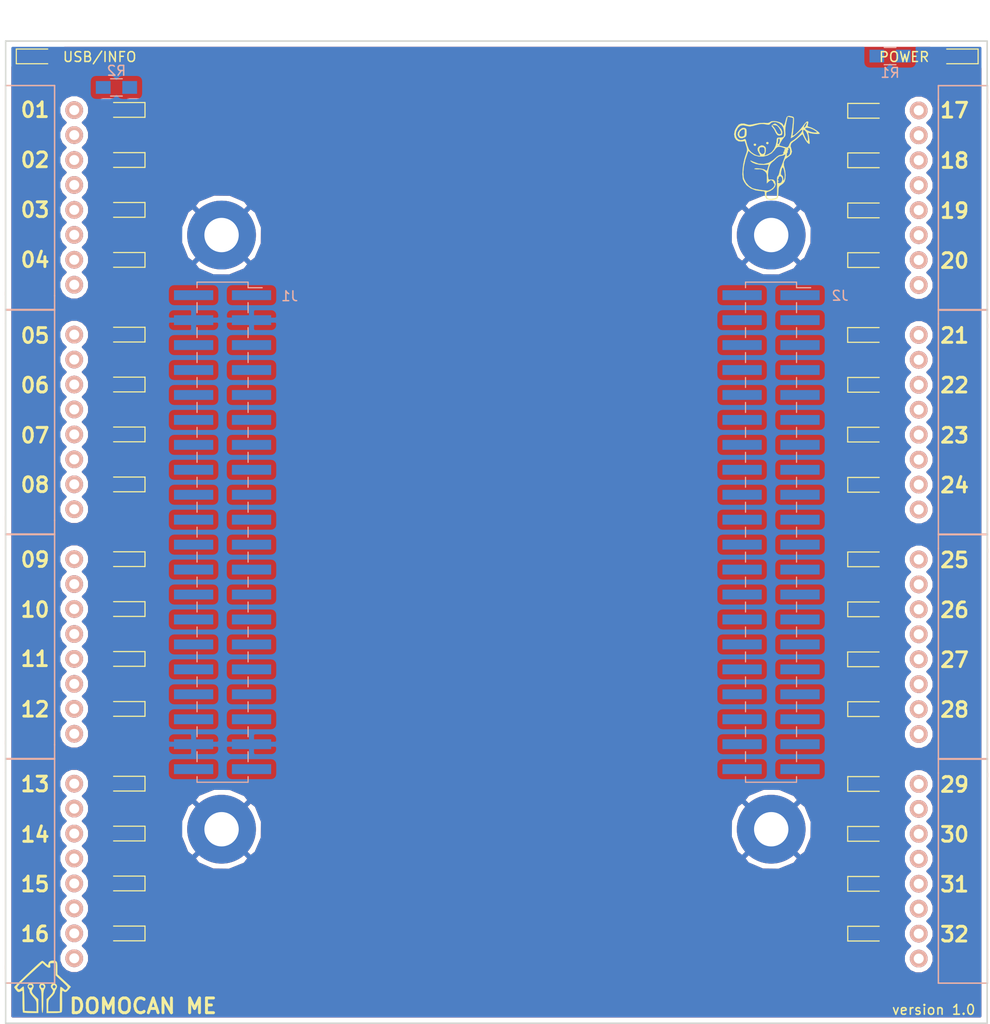
<source format=kicad_pcb>
(kicad_pcb (version 4) (host pcbnew 4.0.7)
  (title_block (title "Carte fille template") (date 2018-02-16) (rev 1.0) (company Koala) (comment 1 "DOMOCAN ME"))
  (layers (0 F.Cu signal) (31 B.Cu signal) (34 B.Paste user) (35 F.Paste user) (36 B.SilkS user) (37 F.SilkS user) (38 B.Mask user) (39 F.Mask user) (44 Edge.Cuts user))
  (net 0 "")
  (net 1 GND)
  (net 2 "Net-(D1-Pad1)")
  (net 3 "Net-(D2-Pad1)")
  (net 4 "Net-(D3-Pad1)")
  (net 5 "Net-(D4-Pad1)")
  (net 6 "Net-(D5-Pad1)")
  (net 7 "Net-(D6-Pad1)")
  (net 8 "Net-(D7-Pad1)")
  (net 9 "Net-(D8-Pad1)")
  (net 10 "Net-(D9-Pad1)")
  (net 11 "Net-(D10-Pad1)")
  (net 12 "Net-(D11-Pad1)")
  (net 13 "Net-(D12-Pad1)")
  (net 14 "Net-(D13-Pad1)")
  (net 15 "Net-(D14-Pad1)")
  (net 16 "Net-(D15-Pad1)")
  (net 17 "Net-(D16-Pad1)")
  (net 18 "Net-(D17-Pad1)")
  (net 19 "Net-(D18-Pad1)")
  (net 20 "Net-(D19-Pad1)")
  (net 21 "Net-(D20-Pad1)")
  (net 22 "Net-(D21-Pad1)")
  (net 23 "Net-(D22-Pad1)")
  (net 24 "Net-(D23-Pad1)")
  (net 25 "Net-(D24-Pad1)")
  (net 26 "Net-(D25-Pad1)")
  (net 27 "Net-(D26-Pad1)")
  (net 28 "Net-(D27-Pad1)")
  (net 29 "Net-(D28-Pad1)")
  (net 30 "Net-(D29-Pad1)")
  (net 31 "Net-(D30-Pad1)")
  (net 32 "Net-(D31-Pad1)")
  (net 33 "Net-(D32-Pad1)")
  (net 34 "Net-(D33-Pad2)")
  (net 35 "Net-(D34-Pad1)")
  (net 36 +3V3)
  (net 37 "Net-(D1-Pad2)")
  (net 38 "Net-(D2-Pad2)")
  (net 39 "Net-(D3-Pad2)")
  (net 40 "Net-(D4-Pad2)")
  (net 41 "Net-(D5-Pad2)")
  (net 42 "Net-(D6-Pad2)")
  (net 43 "Net-(D7-Pad2)")
  (net 44 "Net-(D8-Pad2)")
  (net 45 "Net-(D9-Pad2)")
  (net 46 "Net-(D10-Pad2)")
  (net 47 "Net-(D11-Pad2)")
  (net 48 "Net-(D12-Pad2)")
  (net 49 "Net-(D13-Pad2)")
  (net 50 "Net-(D14-Pad2)")
  (net 51 "Net-(D15-Pad2)")
  (net 52 "Net-(D16-Pad2)")
  (net 53 "Net-(D17-Pad2)")
  (net 54 "Net-(D18-Pad2)")
  (net 55 "Net-(D19-Pad2)")
  (net 56 "Net-(D20-Pad2)")
  (net 57 "Net-(D21-Pad2)")
  (net 58 "Net-(D22-Pad2)")
  (net 59 "Net-(D23-Pad2)")
  (net 60 "Net-(D24-Pad2)")
  (net 61 "Net-(D25-Pad2)")
  (net 62 "Net-(D26-Pad2)")
  (net 63 "Net-(D27-Pad2)")
  (net 64 "Net-(D28-Pad2)")
  (net 65 "Net-(D29-Pad2)")
  (net 66 "Net-(D30-Pad2)")
  (net 67 "Net-(D31-Pad2)")
  (net 68 "Net-(D32-Pad2)")
  (net 69 "Net-(J3-Pad1)")
  (net 70 "Net-(J3-Pad2)")
  (net 71 "Net-(J3-Pad3)")
  (net 72 "Net-(J3-Pad4)")
  (net 73 "Net-(J3-Pad5)")
  (net 74 "Net-(J3-Pad6)")
  (net 75 "Net-(J3-Pad7)")
  (net 76 "Net-(J3-Pad8)")
  (net 77 "Net-(J4-Pad1)")
  (net 78 "Net-(J4-Pad2)")
  (net 79 "Net-(J4-Pad3)")
  (net 80 "Net-(J4-Pad4)")
  (net 81 "Net-(J4-Pad5)")
  (net 82 "Net-(J4-Pad6)")
  (net 83 "Net-(J4-Pad7)")
  (net 84 "Net-(J4-Pad8)")
  (net 85 "Net-(J5-Pad1)")
  (net 86 "Net-(J5-Pad2)")
  (net 87 "Net-(J5-Pad3)")
  (net 88 "Net-(J5-Pad4)")
  (net 89 "Net-(J5-Pad5)")
  (net 90 "Net-(J5-Pad6)")
  (net 91 "Net-(J5-Pad7)")
  (net 92 "Net-(J5-Pad8)")
  (net 93 "Net-(J6-Pad1)")
  (net 94 "Net-(J6-Pad2)")
  (net 95 "Net-(J6-Pad3)")
  (net 96 "Net-(J6-Pad4)")
  (net 97 "Net-(J6-Pad5)")
  (net 98 "Net-(J6-Pad6)")
  (net 99 "Net-(J6-Pad7)")
  (net 100 "Net-(J6-Pad8)")
  (net 101 "Net-(J7-Pad1)")
  (net 102 "Net-(J7-Pad2)")
  (net 103 "Net-(J7-Pad3)")
  (net 104 "Net-(J7-Pad4)")
  (net 105 "Net-(J7-Pad5)")
  (net 106 "Net-(J7-Pad6)")
  (net 107 "Net-(J7-Pad7)")
  (net 108 "Net-(J7-Pad8)")
  (net 109 "Net-(J8-Pad1)")
  (net 110 "Net-(J8-Pad2)")
  (net 111 "Net-(J8-Pad3)")
  (net 112 "Net-(J8-Pad4)")
  (net 113 "Net-(J8-Pad5)")
  (net 114 "Net-(J8-Pad6)")
  (net 115 "Net-(J8-Pad7)")
  (net 116 "Net-(J8-Pad8)")
  (net 117 "Net-(J9-Pad1)")
  (net 118 "Net-(J9-Pad2)")
  (net 119 "Net-(J9-Pad3)")
  (net 120 "Net-(J9-Pad4)")
  (net 121 "Net-(J9-Pad5)")
  (net 122 "Net-(J9-Pad6)")
  (net 123 "Net-(J9-Pad7)")
  (net 124 "Net-(J9-Pad8)")
  (net 125 "Net-(J10-Pad1)")
  (net 126 "Net-(J10-Pad2)")
  (net 127 "Net-(J10-Pad3)")
  (net 128 "Net-(J10-Pad4)")
  (net 129 "Net-(J10-Pad5)")
  (net 130 "Net-(J10-Pad6)")
  (net 131 "Net-(J10-Pad7)")
  (net 132 "Net-(J10-Pad8)")
  (net 133 +5V)
  (net 134 J1_P0.30)
  (net 135 J1_P1.30)
  (net 136 J1_P0.29)
  (net 137 J1_P2.09)
  (net 138 J1_P0.25)
  (net 139 J1_P0.26)
  (net 140 J1_P0.23)
  (net 141 J1_P0.24)
  (net 142 J1_RESET)
  (net 143 J1_RSTOUT)
  (net 144 J1_P0.28)
  (net 145 J1_P1.31)
  (net 146 J1_P3.26)
  (net 147 J1_P0.27)
  (net 148 J1_P1.18)
  (net 149 J1_P3.25)
  (net 150 J1_P1.20)
  (net 151 J1_P1.19)
  (net 152 J1_P1.22)
  (net 153 J1_P1.21)
  (net 154 J1_P1.24)
  (net 155 J1_P1.23)
  (net 156 J1_P1.26)
  (net 157 J1_P1.25)
  (net 158 J1_P1.28)
  (net 159 J1_P1.27)
  (net 160 J1_P0.00)
  (net 161 J1_P1.29)
  (net 162 J1_P0.10)
  (net 163 J1_P0.01)
  (net 164 J1_P2.13)
  (net 165 J1_P0.11)
  (net 166 J2_P0.03)
  (net 167 J2_P0.02)
  (net 168 J2_P1.00)
  (net 169 J2_P1.01)
  (net 170 J2_P1.04)
  (net 171 J2_P1.08)
  (net 172 J2_P1.09)
  (net 173 J2_P1.10)
  (net 174 J2_P1.14)
  (net 175 J2_P1.15)
  (net 176 J2_P1.16)
  (net 177 J2_P1.17)
  (net 178 J2_P4.29)
  (net 179 J2_P4.28)
  (net 180 J2_P0.04)
  (net 181 J2_P0.05)
  (net 182 J2_P0.06)
  (net 183 J2_P0.07)
  (net 184 J2_P0.08)
  (net 185 J2_P0.09)
  (net 186 J2_P2.00)
  (net 187 J2_P2.01)
  (net 188 J2_P2.02)
  (net 189 J2_P2.03)
  (net 190 J2_P2.04)
  (net 191 J2_P2.05)
  (net 192 J2_P2.06)
  (net 193 J2_P2.07)
  (net 194 J2_P2.08)
  (net 195 J2_P0.16)
  (net 196 J2_P0.15)
  (net 197 J2_P0.17)
  (net 198 J2_P0.18)
  (net 199 J2_P0.19)
  (net 200 J2_P0.20)
  (net 201 J2_P0.21)
  (net 202 J2_P0.22)
  (net 203 J2_P2.10)
  (net 204 J2_P2.11)
  (net 205 J2_P2.12)
  (module LEDs:LED_0805_HandSoldering (layer F.Cu) (at 144 30.26 180)
    (fp_text reference D1 hide)
    (fp_text value LED)
    (pad 1 smd rect (at -1.35 0 180) (size 1.5 1.3) (layers F.Cu F.Paste F.Mask) (net 2 "Net-(D1-Pad1)"))
    (pad 2 smd rect (at 1.35 0 180) (size 1.5 1.3) (layers F.Cu F.Paste F.Mask) (net 37 "Net-(D1-Pad2)"))
  )
  (module LEDs:LED_0805_HandSoldering (layer F.Cu) (at 144 35.36 180)
    (fp_text reference D2 hide)
    (fp_text value LED)
    (pad 1 smd rect (at -1.35 0 180) (size 1.5 1.3) (layers F.Cu F.Paste F.Mask) (net 3 "Net-(D2-Pad1)"))
    (pad 2 smd rect (at 1.35 0 180) (size 1.5 1.3) (layers F.Cu F.Paste F.Mask) (net 38 "Net-(D2-Pad2)"))
  )
  (module LEDs:LED_0805_HandSoldering (layer F.Cu) (at 144 40.44 180)
    (fp_text reference D3 hide)
    (fp_text value LED)
    (pad 1 smd rect (at -1.35 0 180) (size 1.5 1.3) (layers F.Cu F.Paste F.Mask) (net 4 "Net-(D3-Pad1)"))
    (pad 2 smd rect (at 1.35 0 180) (size 1.5 1.3) (layers F.Cu F.Paste F.Mask) (net 39 "Net-(D3-Pad2)"))
  )
  (module LEDs:LED_0805_HandSoldering (layer F.Cu) (at 144 45.53 180)
    (fp_text reference D4 hide)
    (fp_text value LED)
    (pad 1 smd rect (at -1.35 0 180) (size 1.5 1.3) (layers F.Cu F.Paste F.Mask) (net 5 "Net-(D4-Pad1)"))
    (pad 2 smd rect (at 1.35 0 180) (size 1.5 1.3) (layers F.Cu F.Paste F.Mask) (net 40 "Net-(D4-Pad2)"))
  )
  (module LEDs:LED_0805_HandSoldering (layer F.Cu) (at 144 53.14 180)
    (fp_text reference D5 hide)
    (fp_text value LED)
    (pad 1 smd rect (at -1.35 0 180) (size 1.5 1.3) (layers F.Cu F.Paste F.Mask) (net 6 "Net-(D5-Pad1)"))
    (pad 2 smd rect (at 1.35 0 180) (size 1.5 1.3) (layers F.Cu F.Paste F.Mask) (net 41 "Net-(D5-Pad2)"))
  )
  (module LEDs:LED_0805_HandSoldering (layer F.Cu) (at 144 58.22 180)
    (fp_text reference D6 hide)
    (fp_text value LED)
    (pad 1 smd rect (at -1.35 0 180) (size 1.5 1.3) (layers F.Cu F.Paste F.Mask) (net 7 "Net-(D6-Pad1)"))
    (pad 2 smd rect (at 1.35 0 180) (size 1.5 1.3) (layers F.Cu F.Paste F.Mask) (net 42 "Net-(D6-Pad2)"))
  )
  (module LEDs:LED_0805_HandSoldering (layer F.Cu) (at 144 63.3 180)
    (fp_text reference D7 hide)
    (fp_text value LED)
    (pad 1 smd rect (at -1.35 0 180) (size 1.5 1.3) (layers F.Cu F.Paste F.Mask) (net 8 "Net-(D7-Pad1)"))
    (pad 2 smd rect (at 1.35 0 180) (size 1.5 1.3) (layers F.Cu F.Paste F.Mask) (net 43 "Net-(D7-Pad2)"))
  )
  (module LEDs:LED_0805_HandSoldering (layer F.Cu) (at 144 68.39 180)
    (fp_text reference D8 hide)
    (fp_text value LED)
    (pad 1 smd rect (at -1.35 0 180) (size 1.5 1.3) (layers F.Cu F.Paste F.Mask) (net 9 "Net-(D8-Pad1)"))
    (pad 2 smd rect (at 1.35 0 180) (size 1.5 1.3) (layers F.Cu F.Paste F.Mask) (net 44 "Net-(D8-Pad2)"))
  )
  (module LEDs:LED_0805_HandSoldering (layer F.Cu) (at 144 76 180)
    (fp_text reference D9 hide)
    (fp_text value LED)
    (pad 1 smd rect (at -1.35 0 180) (size 1.5 1.3) (layers F.Cu F.Paste F.Mask) (net 10 "Net-(D9-Pad1)"))
    (pad 2 smd rect (at 1.35 0 180) (size 1.5 1.3) (layers F.Cu F.Paste F.Mask) (net 45 "Net-(D9-Pad2)"))
  )
  (module LEDs:LED_0805_HandSoldering (layer F.Cu) (at 144 81.08 180)
    (fp_text reference D10 hide)
    (fp_text value LED)
    (pad 1 smd rect (at -1.35 0 180) (size 1.5 1.3) (layers F.Cu F.Paste F.Mask) (net 11 "Net-(D10-Pad1)"))
    (pad 2 smd rect (at 1.35 0 180) (size 1.5 1.3) (layers F.Cu F.Paste F.Mask) (net 46 "Net-(D10-Pad2)"))
  )
  (module LEDs:LED_0805_HandSoldering (layer F.Cu) (at 144 86.16 180)
    (fp_text reference D11 hide)
    (fp_text value LED)
    (pad 1 smd rect (at -1.35 0 180) (size 1.5 1.3) (layers F.Cu F.Paste F.Mask) (net 12 "Net-(D11-Pad1)"))
    (pad 2 smd rect (at 1.35 0 180) (size 1.5 1.3) (layers F.Cu F.Paste F.Mask) (net 47 "Net-(D11-Pad2)"))
  )
  (module LEDs:LED_0805_HandSoldering (layer F.Cu) (at 144 91.25 180)
    (fp_text reference D12 hide)
    (fp_text value LED)
    (pad 1 smd rect (at -1.35 0 180) (size 1.5 1.3) (layers F.Cu F.Paste F.Mask) (net 13 "Net-(D12-Pad1)"))
    (pad 2 smd rect (at 1.35 0 180) (size 1.5 1.3) (layers F.Cu F.Paste F.Mask) (net 48 "Net-(D12-Pad2)"))
  )
  (module LEDs:LED_0805_HandSoldering (layer F.Cu) (at 144 98.86 180)
    (fp_text reference D13 hide)
    (fp_text value LED)
    (pad 1 smd rect (at -1.35 0 180) (size 1.5 1.3) (layers F.Cu F.Paste F.Mask) (net 14 "Net-(D13-Pad1)"))
    (pad 2 smd rect (at 1.35 0 180) (size 1.5 1.3) (layers F.Cu F.Paste F.Mask) (net 49 "Net-(D13-Pad2)"))
  )
  (module LEDs:LED_0805_HandSoldering (layer F.Cu) (at 144 103.94 180)
    (fp_text reference D14 hide)
    (fp_text value LED)
    (pad 1 smd rect (at -1.35 0 180) (size 1.5 1.3) (layers F.Cu F.Paste F.Mask) (net 15 "Net-(D14-Pad1)"))
    (pad 2 smd rect (at 1.35 0 180) (size 1.5 1.3) (layers F.Cu F.Paste F.Mask) (net 50 "Net-(D14-Pad2)"))
  )
  (module LEDs:LED_0805_HandSoldering (layer F.Cu) (at 144 109.02 180)
    (fp_text reference D15 hide)
    (fp_text value LED)
    (pad 1 smd rect (at -1.35 0 180) (size 1.5 1.3) (layers F.Cu F.Paste F.Mask) (net 16 "Net-(D15-Pad1)"))
    (pad 2 smd rect (at 1.35 0 180) (size 1.5 1.3) (layers F.Cu F.Paste F.Mask) (net 51 "Net-(D15-Pad2)"))
  )
  (module LEDs:LED_0805_HandSoldering (layer F.Cu) (at 144 114.11 180)
    (fp_text reference D16 hide)
    (fp_text value LED)
    (pad 1 smd rect (at -1.35 0 180) (size 1.5 1.3) (layers F.Cu F.Paste F.Mask) (net 17 "Net-(D16-Pad1)"))
    (pad 2 smd rect (at 1.35 0 180) (size 1.5 1.3) (layers F.Cu F.Paste F.Mask) (net 52 "Net-(D16-Pad2)"))
  )
  (module LEDs:LED_0805_HandSoldering (layer F.Cu) (at 220 30.35)
    (fp_text reference D17 hide)
    (fp_text value LED)
    (pad 1 smd rect (at -1.35 0) (size 1.5 1.3) (layers F.Cu F.Paste F.Mask) (net 18 "Net-(D17-Pad1)"))
    (pad 2 smd rect (at 1.35 0) (size 1.5 1.3) (layers F.Cu F.Paste F.Mask) (net 53 "Net-(D17-Pad2)"))
  )
  (module LEDs:LED_0805_HandSoldering (layer F.Cu) (at 220 35.39)
    (fp_text reference D18 hide)
    (fp_text value LED)
    (pad 1 smd rect (at -1.35 0) (size 1.5 1.3) (layers F.Cu F.Paste F.Mask) (net 19 "Net-(D18-Pad1)"))
    (pad 2 smd rect (at 1.35 0) (size 1.5 1.3) (layers F.Cu F.Paste F.Mask) (net 54 "Net-(D18-Pad2)"))
  )
  (module LEDs:LED_0805_HandSoldering (layer F.Cu) (at 220 40.49)
    (fp_text reference D19 hide)
    (fp_text value LED)
    (pad 1 smd rect (at -1.35 0) (size 1.5 1.3) (layers F.Cu F.Paste F.Mask) (net 20 "Net-(D19-Pad1)"))
    (pad 2 smd rect (at 1.35 0) (size 1.5 1.3) (layers F.Cu F.Paste F.Mask) (net 55 "Net-(D19-Pad2)"))
  )
  (module LEDs:LED_0805_HandSoldering (layer F.Cu) (at 220 45.55)
    (fp_text reference D20 hide)
    (fp_text value LED)
    (pad 1 smd rect (at -1.35 0) (size 1.5 1.3) (layers F.Cu F.Paste F.Mask) (net 21 "Net-(D20-Pad1)"))
    (pad 2 smd rect (at 1.35 0) (size 1.5 1.3) (layers F.Cu F.Paste F.Mask) (net 56 "Net-(D20-Pad2)"))
  )
  (module LEDs:LED_0805_HandSoldering (layer F.Cu) (at 219.99 53.17)
    (fp_text reference D21 hide)
    (fp_text value LED)
    (pad 1 smd rect (at -1.35 0) (size 1.5 1.3) (layers F.Cu F.Paste F.Mask) (net 22 "Net-(D21-Pad1)"))
    (pad 2 smd rect (at 1.35 0) (size 1.5 1.3) (layers F.Cu F.Paste F.Mask) (net 57 "Net-(D21-Pad2)"))
  )
  (module LEDs:LED_0805_HandSoldering (layer F.Cu) (at 220 58.25)
    (fp_text reference D22 hide)
    (fp_text value LED)
    (pad 1 smd rect (at -1.35 0) (size 1.5 1.3) (layers F.Cu F.Paste F.Mask) (net 23 "Net-(D22-Pad1)"))
    (pad 2 smd rect (at 1.35 0) (size 1.5 1.3) (layers F.Cu F.Paste F.Mask) (net 58 "Net-(D22-Pad2)"))
  )
  (module LEDs:LED_0805_HandSoldering (layer F.Cu) (at 219.99 63.32)
    (fp_text reference D23 hide)
    (fp_text value LED)
    (pad 1 smd rect (at -1.35 0) (size 1.5 1.3) (layers F.Cu F.Paste F.Mask) (net 24 "Net-(D23-Pad1)"))
    (pad 2 smd rect (at 1.35 0) (size 1.5 1.3) (layers F.Cu F.Paste F.Mask) (net 59 "Net-(D23-Pad2)"))
  )
  (module LEDs:LED_0805_HandSoldering (layer F.Cu) (at 220 68.43)
    (fp_text reference D24 hide)
    (fp_text value LED)
    (pad 1 smd rect (at -1.35 0) (size 1.5 1.3) (layers F.Cu F.Paste F.Mask) (net 25 "Net-(D24-Pad1)"))
    (pad 2 smd rect (at 1.35 0) (size 1.5 1.3) (layers F.Cu F.Paste F.Mask) (net 60 "Net-(D24-Pad2)"))
  )
  (module LEDs:LED_0805_HandSoldering (layer F.Cu) (at 220 76.02)
    (fp_text reference D25 hide)
    (fp_text value LED)
    (pad 1 smd rect (at -1.35 0) (size 1.5 1.3) (layers F.Cu F.Paste F.Mask) (net 26 "Net-(D25-Pad1)"))
    (pad 2 smd rect (at 1.35 0) (size 1.5 1.3) (layers F.Cu F.Paste F.Mask) (net 61 "Net-(D25-Pad2)"))
  )
  (module LEDs:LED_0805_HandSoldering (layer F.Cu) (at 220 81.11)
    (fp_text reference D26 hide)
    (fp_text value LED)
    (pad 1 smd rect (at -1.35 0) (size 1.5 1.3) (layers F.Cu F.Paste F.Mask) (net 27 "Net-(D26-Pad1)"))
    (pad 2 smd rect (at 1.35 0) (size 1.5 1.3) (layers F.Cu F.Paste F.Mask) (net 62 "Net-(D26-Pad2)"))
  )
  (module LEDs:LED_0805_HandSoldering (layer F.Cu) (at 219.99 86.2)
    (fp_text reference D27 hide)
    (fp_text value LED)
    (pad 1 smd rect (at -1.35 0) (size 1.5 1.3) (layers F.Cu F.Paste F.Mask) (net 28 "Net-(D27-Pad1)"))
    (pad 2 smd rect (at 1.35 0) (size 1.5 1.3) (layers F.Cu F.Paste F.Mask) (net 63 "Net-(D27-Pad2)"))
  )
  (module LEDs:LED_0805_HandSoldering (layer F.Cu) (at 220 91.27)
    (fp_text reference D28 hide)
    (fp_text value LED)
    (pad 1 smd rect (at -1.35 0) (size 1.5 1.3) (layers F.Cu F.Paste F.Mask) (net 29 "Net-(D28-Pad1)"))
    (pad 2 smd rect (at 1.35 0) (size 1.5 1.3) (layers F.Cu F.Paste F.Mask) (net 64 "Net-(D28-Pad2)"))
  )
  (module LEDs:LED_0805_HandSoldering (layer F.Cu) (at 220 98.89)
    (fp_text reference D29 hide)
    (fp_text value LED)
    (pad 1 smd rect (at -1.35 0) (size 1.5 1.3) (layers F.Cu F.Paste F.Mask) (net 30 "Net-(D29-Pad1)"))
    (pad 2 smd rect (at 1.35 0) (size 1.5 1.3) (layers F.Cu F.Paste F.Mask) (net 65 "Net-(D29-Pad2)"))
  )
  (module LEDs:LED_0805_HandSoldering (layer F.Cu) (at 219.99 103.97)
    (fp_text reference D30 hide)
    (fp_text value LED)
    (pad 1 smd rect (at -1.35 0) (size 1.5 1.3) (layers F.Cu F.Paste F.Mask) (net 31 "Net-(D30-Pad1)"))
    (pad 2 smd rect (at 1.35 0) (size 1.5 1.3) (layers F.Cu F.Paste F.Mask) (net 66 "Net-(D30-Pad2)"))
  )
  (module LEDs:LED_0805_HandSoldering (layer F.Cu) (at 220 109.06)
    (fp_text reference D31 hide)
    (fp_text value LED)
    (pad 1 smd rect (at -1.35 0) (size 1.5 1.3) (layers F.Cu F.Paste F.Mask) (net 32 "Net-(D31-Pad1)"))
    (pad 2 smd rect (at 1.35 0) (size 1.5 1.3) (layers F.Cu F.Paste F.Mask) (net 67 "Net-(D31-Pad2)"))
  )
  (module LEDs:LED_0805_HandSoldering (layer F.Cu) (at 220 114.13)
    (fp_text reference D32 hide)
    (fp_text value LED)
    (pad 1 smd rect (at -1.35 0) (size 1.5 1.3) (layers F.Cu F.Paste F.Mask) (net 33 "Net-(D32-Pad1)"))
    (pad 2 smd rect (at 1.35 0) (size 1.5 1.3) (layers F.Cu F.Paste F.Mask) (net 68 "Net-(D32-Pad2)"))
  )
  (module footprint:Pin_Header_Angled_1x08 (layer B.Cu) (at 138.99 30.28 180)
    (fp_text reference J3 hide)
    (fp_text value Conn_01x08 hide)
    (pad 1 thru_hole circle (at 0 0 180) (size 1.8 1.8) (drill 1.016) (layers *.Cu *.Mask B.SilkS) (net 69 "Net-(J3-Pad1)"))
    (pad 2 thru_hole circle (at 0 -2.54 180) (size 1.8 1.8) (drill 1.016) (layers *.Cu *.Mask B.SilkS) (net 70 "Net-(J3-Pad2)"))
    (pad 3 thru_hole circle (at 0 -5.08 180) (size 1.8 1.8) (drill 1.016) (layers *.Cu *.Mask B.SilkS) (net 71 "Net-(J3-Pad3)"))
    (pad 4 thru_hole circle (at 0 -7.62 180) (size 1.8 1.8) (drill 1.016) (layers *.Cu *.Mask B.SilkS) (net 72 "Net-(J3-Pad4)"))
    (pad 5 thru_hole circle (at 0 -10.16 180) (size 1.8 1.8) (drill 1.016) (layers *.Cu *.Mask B.SilkS) (net 73 "Net-(J3-Pad5)"))
    (pad 6 thru_hole circle (at 0 -12.7 180) (size 1.8 1.8) (drill 1.016) (layers *.Cu *.Mask B.SilkS) (net 74 "Net-(J3-Pad6)"))
    (pad 7 thru_hole circle (at 0 -15.24 180) (size 1.8 1.8) (drill 1.016) (layers *.Cu *.Mask B.SilkS) (net 75 "Net-(J3-Pad7)"))
    (pad 8 thru_hole circle (at 0 -17.78 180) (size 1.8 1.8) (drill 1.016) (layers *.Cu *.Mask B.SilkS) (net 76 "Net-(J3-Pad8)"))
  )
  (module footprint:Pin_Header_Angled_1x08 (layer B.Cu) (at 138.99 53.14 180)
    (fp_text reference J4 hide)
    (fp_text value Conn_01x08 hide)
    (pad 1 thru_hole circle (at 0 0 180) (size 1.8 1.8) (drill 1.016) (layers *.Cu *.Mask B.SilkS) (net 77 "Net-(J4-Pad1)"))
    (pad 2 thru_hole circle (at 0 -2.54 180) (size 1.8 1.8) (drill 1.016) (layers *.Cu *.Mask B.SilkS) (net 78 "Net-(J4-Pad2)"))
    (pad 3 thru_hole circle (at 0 -5.08 180) (size 1.8 1.8) (drill 1.016) (layers *.Cu *.Mask B.SilkS) (net 79 "Net-(J4-Pad3)"))
    (pad 4 thru_hole circle (at 0 -7.62 180) (size 1.8 1.8) (drill 1.016) (layers *.Cu *.Mask B.SilkS) (net 80 "Net-(J4-Pad4)"))
    (pad 5 thru_hole circle (at 0 -10.16 180) (size 1.8 1.8) (drill 1.016) (layers *.Cu *.Mask B.SilkS) (net 81 "Net-(J4-Pad5)"))
    (pad 6 thru_hole circle (at 0 -12.7 180) (size 1.8 1.8) (drill 1.016) (layers *.Cu *.Mask B.SilkS) (net 82 "Net-(J4-Pad6)"))
    (pad 7 thru_hole circle (at 0 -15.24 180) (size 1.8 1.8) (drill 1.016) (layers *.Cu *.Mask B.SilkS) (net 83 "Net-(J4-Pad7)"))
    (pad 8 thru_hole circle (at 0 -17.78 180) (size 1.8 1.8) (drill 1.016) (layers *.Cu *.Mask B.SilkS) (net 84 "Net-(J4-Pad8)"))
  )
  (module footprint:Pin_Header_Angled_1x08 (layer B.Cu) (at 138.99 76 180)
    (fp_text reference J5 hide)
    (fp_text value Conn_01x08 hide)
    (pad 1 thru_hole circle (at 0 0 180) (size 1.8 1.8) (drill 1.016) (layers *.Cu *.Mask B.SilkS) (net 85 "Net-(J5-Pad1)"))
    (pad 2 thru_hole circle (at 0 -2.54 180) (size 1.8 1.8) (drill 1.016) (layers *.Cu *.Mask B.SilkS) (net 86 "Net-(J5-Pad2)"))
    (pad 3 thru_hole circle (at 0 -5.08 180) (size 1.8 1.8) (drill 1.016) (layers *.Cu *.Mask B.SilkS) (net 87 "Net-(J5-Pad3)"))
    (pad 4 thru_hole circle (at 0 -7.62 180) (size 1.8 1.8) (drill 1.016) (layers *.Cu *.Mask B.SilkS) (net 88 "Net-(J5-Pad4)"))
    (pad 5 thru_hole circle (at 0 -10.16 180) (size 1.8 1.8) (drill 1.016) (layers *.Cu *.Mask B.SilkS) (net 89 "Net-(J5-Pad5)"))
    (pad 6 thru_hole circle (at 0 -12.7 180) (size 1.8 1.8) (drill 1.016) (layers *.Cu *.Mask B.SilkS) (net 90 "Net-(J5-Pad6)"))
    (pad 7 thru_hole circle (at 0 -15.24 180) (size 1.8 1.8) (drill 1.016) (layers *.Cu *.Mask B.SilkS) (net 91 "Net-(J5-Pad7)"))
    (pad 8 thru_hole circle (at 0 -17.78 180) (size 1.8 1.8) (drill 1.016) (layers *.Cu *.Mask B.SilkS) (net 92 "Net-(J5-Pad8)"))
  )
  (module footprint:Pin_Header_Angled_1x08 (layer B.Cu) (at 138.99 98.86 180)
    (fp_text reference J6 hide)
    (fp_text value Conn_01x08 hide)
    (pad 1 thru_hole circle (at 0 0 180) (size 1.8 1.8) (drill 1.016) (layers *.Cu *.Mask B.SilkS) (net 93 "Net-(J6-Pad1)"))
    (pad 2 thru_hole circle (at 0 -2.54 180) (size 1.8 1.8) (drill 1.016) (layers *.Cu *.Mask B.SilkS) (net 94 "Net-(J6-Pad2)"))
    (pad 3 thru_hole circle (at 0 -5.08 180) (size 1.8 1.8) (drill 1.016) (layers *.Cu *.Mask B.SilkS) (net 95 "Net-(J6-Pad3)"))
    (pad 4 thru_hole circle (at 0 -7.62 180) (size 1.8 1.8) (drill 1.016) (layers *.Cu *.Mask B.SilkS) (net 96 "Net-(J6-Pad4)"))
    (pad 5 thru_hole circle (at 0 -10.16 180) (size 1.8 1.8) (drill 1.016) (layers *.Cu *.Mask B.SilkS) (net 97 "Net-(J6-Pad5)"))
    (pad 6 thru_hole circle (at 0 -12.7 180) (size 1.8 1.8) (drill 1.016) (layers *.Cu *.Mask B.SilkS) (net 98 "Net-(J6-Pad6)"))
    (pad 7 thru_hole circle (at 0 -15.24 180) (size 1.8 1.8) (drill 1.016) (layers *.Cu *.Mask B.SilkS) (net 99 "Net-(J6-Pad7)"))
    (pad 8 thru_hole circle (at 0 -17.78 180) (size 1.8 1.8) (drill 1.016) (layers *.Cu *.Mask B.SilkS) (net 100 "Net-(J6-Pad8)"))
  )
  (module footprint:Pin_Header_Angled_1x08 (layer B.Cu) (at 225.03 48.09)
    (fp_text reference J7 hide)
    (fp_text value Conn_01x08 hide)
    (pad 1 thru_hole circle (at 0 0) (size 1.8 1.8) (drill 1.016) (layers *.Cu *.Mask B.SilkS) (net 101 "Net-(J7-Pad1)"))
    (pad 2 thru_hole circle (at 0 -2.54) (size 1.8 1.8) (drill 1.016) (layers *.Cu *.Mask B.SilkS) (net 102 "Net-(J7-Pad2)"))
    (pad 3 thru_hole circle (at 0 -5.08) (size 1.8 1.8) (drill 1.016) (layers *.Cu *.Mask B.SilkS) (net 103 "Net-(J7-Pad3)"))
    (pad 4 thru_hole circle (at 0 -7.62) (size 1.8 1.8) (drill 1.016) (layers *.Cu *.Mask B.SilkS) (net 104 "Net-(J7-Pad4)"))
    (pad 5 thru_hole circle (at 0 -10.16) (size 1.8 1.8) (drill 1.016) (layers *.Cu *.Mask B.SilkS) (net 105 "Net-(J7-Pad5)"))
    (pad 6 thru_hole circle (at 0 -12.7) (size 1.8 1.8) (drill 1.016) (layers *.Cu *.Mask B.SilkS) (net 106 "Net-(J7-Pad6)"))
    (pad 7 thru_hole circle (at 0 -15.24) (size 1.8 1.8) (drill 1.016) (layers *.Cu *.Mask B.SilkS) (net 107 "Net-(J7-Pad7)"))
    (pad 8 thru_hole circle (at 0 -17.78) (size 1.8 1.8) (drill 1.016) (layers *.Cu *.Mask B.SilkS) (net 108 "Net-(J7-Pad8)"))
  )
  (module footprint:Pin_Header_Angled_1x08 (layer B.Cu) (at 225.03 70.95)
    (fp_text reference J8 hide)
    (fp_text value Conn_01x08 hide)
    (pad 1 thru_hole circle (at 0 0) (size 1.8 1.8) (drill 1.016) (layers *.Cu *.Mask B.SilkS) (net 109 "Net-(J8-Pad1)"))
    (pad 2 thru_hole circle (at 0 -2.54) (size 1.8 1.8) (drill 1.016) (layers *.Cu *.Mask B.SilkS) (net 110 "Net-(J8-Pad2)"))
    (pad 3 thru_hole circle (at 0 -5.08) (size 1.8 1.8) (drill 1.016) (layers *.Cu *.Mask B.SilkS) (net 111 "Net-(J8-Pad3)"))
    (pad 4 thru_hole circle (at 0 -7.62) (size 1.8 1.8) (drill 1.016) (layers *.Cu *.Mask B.SilkS) (net 112 "Net-(J8-Pad4)"))
    (pad 5 thru_hole circle (at 0 -10.16) (size 1.8 1.8) (drill 1.016) (layers *.Cu *.Mask B.SilkS) (net 113 "Net-(J8-Pad5)"))
    (pad 6 thru_hole circle (at 0 -12.7) (size 1.8 1.8) (drill 1.016) (layers *.Cu *.Mask B.SilkS) (net 114 "Net-(J8-Pad6)"))
    (pad 7 thru_hole circle (at 0 -15.24) (size 1.8 1.8) (drill 1.016) (layers *.Cu *.Mask B.SilkS) (net 115 "Net-(J8-Pad7)"))
    (pad 8 thru_hole circle (at 0 -17.78) (size 1.8 1.8) (drill 1.016) (layers *.Cu *.Mask B.SilkS) (net 116 "Net-(J8-Pad8)"))
  )
  (module footprint:Pin_Header_Angled_1x08 (layer B.Cu) (at 225.03 93.81)
    (fp_text reference J9 hide)
    (fp_text value Conn_01x08 hide)
    (pad 1 thru_hole circle (at 0 0) (size 1.8 1.8) (drill 1.016) (layers *.Cu *.Mask B.SilkS) (net 117 "Net-(J9-Pad1)"))
    (pad 2 thru_hole circle (at 0 -2.54) (size 1.8 1.8) (drill 1.016) (layers *.Cu *.Mask B.SilkS) (net 118 "Net-(J9-Pad2)"))
    (pad 3 thru_hole circle (at 0 -5.08) (size 1.8 1.8) (drill 1.016) (layers *.Cu *.Mask B.SilkS) (net 119 "Net-(J9-Pad3)"))
    (pad 4 thru_hole circle (at 0 -7.62) (size 1.8 1.8) (drill 1.016) (layers *.Cu *.Mask B.SilkS) (net 120 "Net-(J9-Pad4)"))
    (pad 5 thru_hole circle (at 0 -10.16) (size 1.8 1.8) (drill 1.016) (layers *.Cu *.Mask B.SilkS) (net 121 "Net-(J9-Pad5)"))
    (pad 6 thru_hole circle (at 0 -12.7) (size 1.8 1.8) (drill 1.016) (layers *.Cu *.Mask B.SilkS) (net 122 "Net-(J9-Pad6)"))
    (pad 7 thru_hole circle (at 0 -15.24) (size 1.8 1.8) (drill 1.016) (layers *.Cu *.Mask B.SilkS) (net 123 "Net-(J9-Pad7)"))
    (pad 8 thru_hole circle (at 0 -17.78) (size 1.8 1.8) (drill 1.016) (layers *.Cu *.Mask B.SilkS) (net 124 "Net-(J9-Pad8)"))
  )
  (module footprint:Pin_Header_Angled_1x08 (layer B.Cu) (at 225.03 116.67)
    (fp_text reference J10 hide)
    (fp_text value Conn_01x08 hide)
    (pad 1 thru_hole circle (at 0 0) (size 1.8 1.8) (drill 1.016) (layers *.Cu *.Mask B.SilkS) (net 125 "Net-(J10-Pad1)"))
    (pad 2 thru_hole circle (at 0 -2.54) (size 1.8 1.8) (drill 1.016) (layers *.Cu *.Mask B.SilkS) (net 126 "Net-(J10-Pad2)"))
    (pad 3 thru_hole circle (at 0 -5.08) (size 1.8 1.8) (drill 1.016) (layers *.Cu *.Mask B.SilkS) (net 127 "Net-(J10-Pad3)"))
    (pad 4 thru_hole circle (at 0 -7.62) (size 1.8 1.8) (drill 1.016) (layers *.Cu *.Mask B.SilkS) (net 128 "Net-(J10-Pad4)"))
    (pad 5 thru_hole circle (at 0 -10.16) (size 1.8 1.8) (drill 1.016) (layers *.Cu *.Mask B.SilkS) (net 129 "Net-(J10-Pad5)"))
    (pad 6 thru_hole circle (at 0 -12.7) (size 1.8 1.8) (drill 1.016) (layers *.Cu *.Mask B.SilkS) (net 130 "Net-(J10-Pad6)"))
    (pad 7 thru_hole circle (at 0 -15.24) (size 1.8 1.8) (drill 1.016) (layers *.Cu *.Mask B.SilkS) (net 131 "Net-(J10-Pad7)"))
    (pad 8 thru_hole circle (at 0 -17.78) (size 1.8 1.8) (drill 1.016) (layers *.Cu *.Mask B.SilkS) (net 132 "Net-(J10-Pad8)"))
  )
  (module Mounting_Holes:MountingHole_3.5mm_Pad (layer F.Cu) (at 154 43)
    (fp_text reference J11 hide)
    (fp_text value Conn_01x01)
    (pad 1 thru_hole circle (at 0 0) (size 7 7) (drill 3.5) (layers *.Cu *.Mask) (net 1 GND))
  )
  (module Mounting_Holes:MountingHole_3.5mm_Pad (layer F.Cu) (at 154 103.5)
    (fp_text reference J12 hide)
    (fp_text value Conn_01x01)
    (pad 1 thru_hole circle (at 0 0) (size 7 7) (drill 3.5) (layers *.Cu *.Mask) (net 1 GND))
  )
  (module Mounting_Holes:MountingHole_3.5mm_Pad (layer F.Cu) (at 210 103.5)
    (fp_text reference J13 hide)
    (fp_text value Conn_01x01)
    (pad 1 thru_hole circle (at 0 0) (size 7 7) (drill 3.5) (layers *.Cu *.Mask) (net 1 GND))
  )
  (module Mounting_Holes:MountingHole_3.5mm_Pad (layer F.Cu) (at 210 43)
    (fp_text reference J14 hide)
    (fp_text value Conn_01x01)
    (pad 1 thru_hole circle (at 0 0) (size 7 7) (drill 3.5) (layers *.Cu *.Mask) (net 1 GND))
  )
  (module footprint:usb (layer F.Cu) (at 135.75 119.5)
    (fp_text reference J15 hide)
    (fp_text value "Logo Domocan" hide)
  )
  (module footprint:koala (layer F.Cu) (at 210.54 34.94)
    (fp_text reference J16 hide)
    (fp_text value "Logo Koala" hide)
  )
  (module LEDs:LED_0805_HandSoldering (layer F.Cu) (at 228.88 24.81 180)
    (fp_text reference D33 hide)
    (fp_text value POWER)
    (pad 1 smd rect (at -1.35 0 180) (size 1.5 1.3) (layers F.Cu F.Paste F.Mask) (net 1 GND))
    (pad 2 smd rect (at 1.35 0 180) (size 1.5 1.3) (layers F.Cu F.Paste F.Mask) (net 34 "Net-(D33-Pad2)"))
  )
  (module Resistors_SMD:R_0805_HandSoldering (layer B.Cu) (at 222.11 24.78)
    (fp_text reference R1 (at 0 1.7) (layer B.SilkS) (effects (justify mirror)))
    (fp_text value 470R)
    (pad 1 smd rect (at -1.35 0) (size 1.5 1.3) (layers B.Cu B.Paste B.Mask) (net 36 +3V3))
    (pad 2 smd rect (at 1.35 0) (size 1.5 1.3) (layers B.Cu B.Paste B.Mask) (net 34 "Net-(D33-Pad2)"))
  )
  (module LEDs:LED_0805_HandSoldering (layer F.Cu) (at 135.29 24.81)
    (fp_text reference D34 hide)
    (fp_text value USB/INFO)
    (pad 1 smd rect (at -1.35 0) (size 1.5 1.3) (layers F.Cu F.Paste F.Mask) (net 35 "Net-(D34-Pad1)"))
    (pad 2 smd rect (at 1.35 0) (size 1.5 1.3) (layers F.Cu F.Paste F.Mask) (net 36 +3V3))
  )
  (module Resistors_SMD:R_0805_HandSoldering (layer B.Cu) (at 143.29 27.97 180)
    (fp_text reference R2 (at 0 1.7 180) (layer B.SilkS) (effects (justify mirror)))
    (fp_text value 470R)
    (pad 1 smd rect (at -1.35 0 180) (size 1.5 1.3) (layers B.Cu B.Paste B.Mask) (net 148 J1_P1.18))
    (pad 2 smd rect (at 1.35 0 180) (size 1.5 1.3) (layers B.Cu B.Paste B.Mask) (net 35 "Net-(D34-Pad1)"))
  )
  (module footprint:Pin_Header_Straight_2x20_Pitch2.54mm_LongPad_SMD (layer B.Cu) (at 154.1018 73.2536 180)
    (fp_text reference J1 (at -6.8326 24.0284 180) (layer B.SilkS) (effects (justify mirror)))
    (fp_text value Conn_02x20_Odd_Even hide)
    (pad 1 smd rect (at -2.95 24.13 180) (size 4 1) (layers B.Cu B.Paste B.Mask) (net 133 +5V))
    (pad 2 smd rect (at 2.95 24.13 180) (size 4 1) (layers B.Cu B.Paste B.Mask) (net 36 +3V3))
    (pad 3 smd rect (at -2.95 21.59 180) (size 4 1) (layers B.Cu B.Paste B.Mask) (net 1 GND))
    (pad 4 smd rect (at 2.95 21.59 180) (size 4 1) (layers B.Cu B.Paste B.Mask) (net 1 GND))
    (pad 5 smd rect (at -2.95 19.05 180) (size 4 1) (layers B.Cu B.Paste B.Mask) (net 135 J1_P1.30))
    (pad 6 smd rect (at 2.95 19.05 180) (size 4 1) (layers B.Cu B.Paste B.Mask) (net 134 J1_P0.30))
    (pad 7 smd rect (at -2.95 16.51 180) (size 4 1) (layers B.Cu B.Paste B.Mask) (net 137 J1_P2.09))
    (pad 8 smd rect (at 2.95 16.51 180) (size 4 1) (layers B.Cu B.Paste B.Mask) (net 136 J1_P0.29))
    (pad 9 smd rect (at -2.95 13.97 180) (size 4 1) (layers B.Cu B.Paste B.Mask) (net 139 J1_P0.26))
    (pad 10 smd rect (at 2.95 13.97 180) (size 4 1) (layers B.Cu B.Paste B.Mask) (net 138 J1_P0.25))
    (pad 11 smd rect (at -2.95 11.43 180) (size 4 1) (layers B.Cu B.Paste B.Mask) (net 141 J1_P0.24))
    (pad 12 smd rect (at 2.95 11.43 180) (size 4 1) (layers B.Cu B.Paste B.Mask) (net 140 J1_P0.23))
    (pad 13 smd rect (at -2.95 8.89 180) (size 4 1) (layers B.Cu B.Paste B.Mask) (net 143 J1_RSTOUT))
    (pad 14 smd rect (at 2.95 8.89 180) (size 4 1) (layers B.Cu B.Paste B.Mask) (net 142 J1_RESET))
    (pad 15 smd rect (at -2.95 6.35 180) (size 4 1) (layers B.Cu B.Paste B.Mask) (net 145 J1_P1.31))
    (pad 16 smd rect (at 2.95 6.35 180) (size 4 1) (layers B.Cu B.Paste B.Mask) (net 144 J1_P0.28))
    (pad 17 smd rect (at -2.95 3.81 180) (size 4 1) (layers B.Cu B.Paste B.Mask) (net 147 J1_P0.27))
    (pad 18 smd rect (at 2.95 3.81 180) (size 4 1) (layers B.Cu B.Paste B.Mask) (net 146 J1_P3.26))
    (pad 19 smd rect (at -2.95 1.27 180) (size 4 1) (layers B.Cu B.Paste B.Mask) (net 149 J1_P3.25))
    (pad 20 smd rect (at 2.95 1.27 180) (size 4 1) (layers B.Cu B.Paste B.Mask) (net 148 J1_P1.18))
    (pad 21 smd rect (at -2.95 -1.27 180) (size 4 1) (layers B.Cu B.Paste B.Mask) (net 151 J1_P1.19))
    (pad 22 smd rect (at 2.95 -1.27 180) (size 4 1) (layers B.Cu B.Paste B.Mask) (net 150 J1_P1.20))
    (pad 23 smd rect (at -2.95 -3.81 180) (size 4 1) (layers B.Cu B.Paste B.Mask) (net 153 J1_P1.21))
    (pad 24 smd rect (at 2.95 -3.81 180) (size 4 1) (layers B.Cu B.Paste B.Mask) (net 152 J1_P1.22))
    (pad 25 smd rect (at -2.95 -6.35 180) (size 4 1) (layers B.Cu B.Paste B.Mask) (net 155 J1_P1.23))
    (pad 26 smd rect (at 2.95 -6.35 180) (size 4 1) (layers B.Cu B.Paste B.Mask) (net 154 J1_P1.24))
    (pad 27 smd rect (at -2.95 -8.89 180) (size 4 1) (layers B.Cu B.Paste B.Mask) (net 157 J1_P1.25))
    (pad 28 smd rect (at 2.95 -8.89 180) (size 4 1) (layers B.Cu B.Paste B.Mask) (net 156 J1_P1.26))
    (pad 29 smd rect (at -2.95 -11.43 180) (size 4 1) (layers B.Cu B.Paste B.Mask) (net 159 J1_P1.27))
    (pad 30 smd rect (at 2.95 -11.43 180) (size 4 1) (layers B.Cu B.Paste B.Mask) (net 158 J1_P1.28))
    (pad 31 smd rect (at -2.95 -13.97 180) (size 4 1) (layers B.Cu B.Paste B.Mask) (net 161 J1_P1.29))
    (pad 32 smd rect (at 2.95 -13.97 180) (size 4 1) (layers B.Cu B.Paste B.Mask) (net 160 J1_P0.00))
    (pad 33 smd rect (at -2.95 -16.51 180) (size 4 1) (layers B.Cu B.Paste B.Mask) (net 163 J1_P0.01))
    (pad 34 smd rect (at 2.95 -16.51 180) (size 4 1) (layers B.Cu B.Paste B.Mask) (net 162 J1_P0.10))
    (pad 35 smd rect (at -2.95 -19.05 180) (size 4 1) (layers B.Cu B.Paste B.Mask) (net 165 J1_P0.11))
    (pad 36 smd rect (at 2.95 -19.05 180) (size 4 1) (layers B.Cu B.Paste B.Mask) (net 164 J1_P2.13))
    (pad 37 smd rect (at -2.95 -21.59 180) (size 4 1) (layers B.Cu B.Paste B.Mask) (net 1 GND))
    (pad 38 smd rect (at 2.95 -21.59 180) (size 4 1) (layers B.Cu B.Paste B.Mask) (net 1 GND))
    (pad 39 smd rect (at -2.95 -24.13 180) (size 4 1) (layers B.Cu B.Paste B.Mask) (net 133 +5V))
    (pad 40 smd rect (at 2.95 -24.13 180) (size 4 1) (layers B.Cu B.Paste B.Mask) (net 36 +3V3))
  )
  (module footprint:Pin_Header_Straight_2x20_Pitch2.54mm_LongPad_SMD (layer B.Cu) (at 209.9818 73.2536 180)
    (fp_text reference J2 (at -7.0358 24.0792 180) (layer B.SilkS) (effects (justify mirror)))
    (fp_text value Conn_02x20_Odd_Even hide)
    (pad 1 smd rect (at -2.95 24.13 180) (size 4 1) (layers B.Cu B.Paste B.Mask) (net 167 J2_P0.02))
    (pad 2 smd rect (at 2.95 24.13 180) (size 4 1) (layers B.Cu B.Paste B.Mask) (net 166 J2_P0.03))
    (pad 3 smd rect (at -2.95 21.59 180) (size 4 1) (layers B.Cu B.Paste B.Mask) (net 169 J2_P1.01))
    (pad 4 smd rect (at 2.95 21.59 180) (size 4 1) (layers B.Cu B.Paste B.Mask) (net 168 J2_P1.00))
    (pad 5 smd rect (at -2.95 19.05 180) (size 4 1) (layers B.Cu B.Paste B.Mask) (net 171 J2_P1.08))
    (pad 6 smd rect (at 2.95 19.05 180) (size 4 1) (layers B.Cu B.Paste B.Mask) (net 170 J2_P1.04))
    (pad 7 smd rect (at -2.95 16.51 180) (size 4 1) (layers B.Cu B.Paste B.Mask) (net 173 J2_P1.10))
    (pad 8 smd rect (at 2.95 16.51 180) (size 4 1) (layers B.Cu B.Paste B.Mask) (net 172 J2_P1.09))
    (pad 9 smd rect (at -2.95 13.97 180) (size 4 1) (layers B.Cu B.Paste B.Mask) (net 175 J2_P1.15))
    (pad 10 smd rect (at 2.95 13.97 180) (size 4 1) (layers B.Cu B.Paste B.Mask) (net 174 J2_P1.14))
    (pad 11 smd rect (at -2.95 11.43 180) (size 4 1) (layers B.Cu B.Paste B.Mask) (net 177 J2_P1.17))
    (pad 12 smd rect (at 2.95 11.43 180) (size 4 1) (layers B.Cu B.Paste B.Mask) (net 176 J2_P1.16))
    (pad 13 smd rect (at -2.95 8.89 180) (size 4 1) (layers B.Cu B.Paste B.Mask) (net 179 J2_P4.28))
    (pad 14 smd rect (at 2.95 8.89 180) (size 4 1) (layers B.Cu B.Paste B.Mask) (net 178 J2_P4.29))
    (pad 15 smd rect (at -2.95 6.35 180) (size 4 1) (layers B.Cu B.Paste B.Mask) (net 181 J2_P0.05))
    (pad 16 smd rect (at 2.95 6.35 180) (size 4 1) (layers B.Cu B.Paste B.Mask) (net 180 J2_P0.04))
    (pad 17 smd rect (at -2.95 3.81 180) (size 4 1) (layers B.Cu B.Paste B.Mask) (net 183 J2_P0.07))
    (pad 18 smd rect (at 2.95 3.81 180) (size 4 1) (layers B.Cu B.Paste B.Mask) (net 182 J2_P0.06))
    (pad 19 smd rect (at -2.95 1.27 180) (size 4 1) (layers B.Cu B.Paste B.Mask) (net 185 J2_P0.09))
    (pad 20 smd rect (at 2.95 1.27 180) (size 4 1) (layers B.Cu B.Paste B.Mask) (net 184 J2_P0.08))
    (pad 21 smd rect (at -2.95 -1.27 180) (size 4 1) (layers B.Cu B.Paste B.Mask) (net 187 J2_P2.01))
    (pad 22 smd rect (at 2.95 -1.27 180) (size 4 1) (layers B.Cu B.Paste B.Mask) (net 186 J2_P2.00))
    (pad 23 smd rect (at -2.95 -3.81 180) (size 4 1) (layers B.Cu B.Paste B.Mask) (net 189 J2_P2.03))
    (pad 24 smd rect (at 2.95 -3.81 180) (size 4 1) (layers B.Cu B.Paste B.Mask) (net 188 J2_P2.02))
    (pad 25 smd rect (at -2.95 -6.35 180) (size 4 1) (layers B.Cu B.Paste B.Mask) (net 191 J2_P2.05))
    (pad 26 smd rect (at 2.95 -6.35 180) (size 4 1) (layers B.Cu B.Paste B.Mask) (net 190 J2_P2.04))
    (pad 27 smd rect (at -2.95 -8.89 180) (size 4 1) (layers B.Cu B.Paste B.Mask) (net 193 J2_P2.07))
    (pad 28 smd rect (at 2.95 -8.89 180) (size 4 1) (layers B.Cu B.Paste B.Mask) (net 192 J2_P2.06))
    (pad 29 smd rect (at -2.95 -11.43 180) (size 4 1) (layers B.Cu B.Paste B.Mask) (net 195 J2_P0.16))
    (pad 30 smd rect (at 2.95 -11.43 180) (size 4 1) (layers B.Cu B.Paste B.Mask) (net 194 J2_P2.08))
    (pad 31 smd rect (at -2.95 -13.97 180) (size 4 1) (layers B.Cu B.Paste B.Mask) (net 197 J2_P0.17))
    (pad 32 smd rect (at 2.95 -13.97 180) (size 4 1) (layers B.Cu B.Paste B.Mask) (net 196 J2_P0.15))
    (pad 33 smd rect (at -2.95 -16.51 180) (size 4 1) (layers B.Cu B.Paste B.Mask) (net 199 J2_P0.19))
    (pad 34 smd rect (at 2.95 -16.51 180) (size 4 1) (layers B.Cu B.Paste B.Mask) (net 198 J2_P0.18))
    (pad 35 smd rect (at -2.95 -19.05 180) (size 4 1) (layers B.Cu B.Paste B.Mask) (net 201 J2_P0.21))
    (pad 36 smd rect (at 2.95 -19.05 180) (size 4 1) (layers B.Cu B.Paste B.Mask) (net 200 J2_P0.20))
    (pad 37 smd rect (at -2.95 -21.59 180) (size 4 1) (layers B.Cu B.Paste B.Mask) (net 203 J2_P2.10))
    (pad 38 smd rect (at 2.95 -21.59 180) (size 4 1) (layers B.Cu B.Paste B.Mask) (net 202 J2_P0.22))
    (pad 39 smd rect (at -2.95 -24.13 180) (size 4 1) (layers B.Cu B.Paste B.Mask) (net 205 J2_P2.12))
    (pad 40 smd rect (at 2.95 -24.13 180) (size 4 1) (layers B.Cu B.Paste B.Mask) (net 204 J2_P2.11))
  )
  (gr_text USB/INFO (at 141.58 24.87) (layer F.SilkS) (effects (font (size 1 1))))
  (gr_text POWER (at 223.54 24.87) (layer F.SilkS) (effects (font (size 1 1))))
  (gr_text "version 1.0" (at 230.89 121.88) (layer F.SilkS) (effects (font (size 1 1)) (justify right)))
  (gr_text "DOMOCAN ME" (at 146 121.5) (layer F.SilkS) (effects (font (size 1.5 1.5) (thickness 0.3))))
  (gr_text 32 (at 228.68 114.2) (layer F.SilkS) (effects (font (size 1.5 1.5) (thickness 0.3))))
  (gr_text 31 (at 228.68 109.12) (layer F.SilkS) (effects (font (size 1.5 1.5) (thickness 0.3))))
  (gr_text 30 (at 228.68 104.04) (layer F.SilkS) (effects (font (size 1.5 1.5) (thickness 0.3))))
  (gr_text 29 (at 228.68 98.96) (layer F.SilkS) (effects (font (size 1.5 1.5) (thickness 0.3))))
  (gr_text 28 (at 228.68 91.33) (layer F.SilkS) (effects (font (size 1.5 1.5) (thickness 0.3))))
  (gr_text 27 (at 228.68 86.26) (layer F.SilkS) (effects (font (size 1.5 1.5) (thickness 0.3))))
  (gr_text 26 (at 228.68 81.18) (layer F.SilkS) (effects (font (size 1.5 1.5) (thickness 0.3))))
  (gr_text 25 (at 228.68 76.1) (layer F.SilkS) (effects (font (size 1.5 1.5) (thickness 0.3))))
  (gr_text 24 (at 228.68 68.48) (layer F.SilkS) (effects (font (size 1.5 1.5) (thickness 0.3))))
  (gr_text 23 (at 228.68 63.41) (layer F.SilkS) (effects (font (size 1.5 1.5) (thickness 0.3))))
  (gr_text 22 (at 228.68 58.3) (layer F.SilkS) (effects (font (size 1.5 1.5) (thickness 0.3))))
  (gr_text 21 (at 228.68 53.24) (layer F.SilkS) (effects (font (size 1.5 1.5) (thickness 0.3))))
  (gr_text 20 (at 228.68 45.62) (layer F.SilkS) (effects (font (size 1.5 1.5) (thickness 0.3))))
  (gr_text 19 (at 228.68 40.53) (layer F.SilkS) (effects (font (size 1.5 1.5) (thickness 0.3))))
  (gr_text 18 (at 228.68 35.43) (layer F.SilkS) (effects (font (size 1.5 1.5) (thickness 0.3))))
  (gr_text 17 (at 228.68 30.31) (layer F.SilkS) (effects (font (size 1.5 1.5) (thickness 0.3))))
  (gr_text 16 (at 135 114.17) (layer F.SilkS) (effects (font (size 1.5 1.5) (thickness 0.3))))
  (gr_text 15 (at 135 109.1) (layer F.SilkS) (effects (font (size 1.5 1.5) (thickness 0.3))))
  (gr_text 14 (at 135 104.05) (layer F.SilkS) (effects (font (size 1.5 1.5) (thickness 0.3))))
  (gr_text 13 (at 135 98.92) (layer F.SilkS) (effects (font (size 1.5 1.5) (thickness 0.3))))
  (gr_text 12 (at 135 91.3) (layer F.SilkS) (effects (font (size 1.5 1.5) (thickness 0.3))))
  (gr_text 11 (at 135 86.16) (layer F.SilkS) (effects (font (size 1.5 1.5) (thickness 0.3))))
  (gr_text 10 (at 135 81.15) (layer F.SilkS) (effects (font (size 1.5 1.5) (thickness 0.3))))
  (gr_text 09 (at 135 76.06) (layer F.SilkS) (effects (font (size 1.5 1.5) (thickness 0.3))))
  (gr_text 08 (at 135 68.44) (layer F.SilkS) (effects (font (size 1.5 1.5) (thickness 0.3))))
  (gr_text 07 (at 135 63.41) (layer F.SilkS) (effects (font (size 1.5 1.5) (thickness 0.3))))
  (gr_text 06 (at 135 58.3) (layer F.SilkS) (effects (font (size 1.5 1.5) (thickness 0.3))))
  (gr_text 05 (at 135 53.25) (layer F.SilkS) (effects (font (size 1.5 1.5) (thickness 0.3))))
  (gr_text 04 (at 135 45.53) (layer F.SilkS) (effects (font (size 1.5 1.5) (thickness 0.3))))
  (gr_text 03 (at 135 40.44) (layer F.SilkS) (effects (font (size 1.5 1.5) (thickness 0.3))))
  (gr_text 02 (at 135 35.36) (layer F.SilkS) (effects (font (size 1.5 1.5) (thickness 0.3))))
  (gr_text 01 (at 135 30.26) (layer F.SilkS) (effects (font (size 1.5 1.5) (thickness 0.3))))
  (gr_line (start 132 123.25) (end 232 123.25) (angle 90) (layer Edge.Cuts) (width 0.15))
  (gr_line (start 232 23.25) (end 232 123.25) (angle 90) (layer Edge.Cuts) (width 0.15))
  (gr_line (start 132 23.25) (end 232 23.25) (angle 90) (layer Edge.Cuts) (width 0.15))
  (gr_line (start 132 23.25) (end 132 123.25) (angle 90) (layer Edge.Cuts) (width 0.15))
  (zone (net 1) (net_name GND) (layer F.Cu) (connect_pads (clearance 0.508)) (min_thickness 0.254) (fill yes (arc_segments 16) (thermal_gap 0.508) (thermal_bridge_width 0.508))
    (polygon (pts (xy 132 23.26) (xy 231.99 23.26) (xy 231.99 123.24) (xy 132.01 123.24)))
  )
  (zone (net 1) (net_name GND) (layer B.Cu) (connect_pads (clearance 0.508)) (min_thickness 0.254) (fill yes (arc_segments 16) (thermal_gap 0.508) (thermal_bridge_width 0.508))
    (polygon (pts (xy 132.01 23.25) (xy 232 23.25) (xy 232 123.25) (xy 132.01 123.26)))
  )
)
</source>
